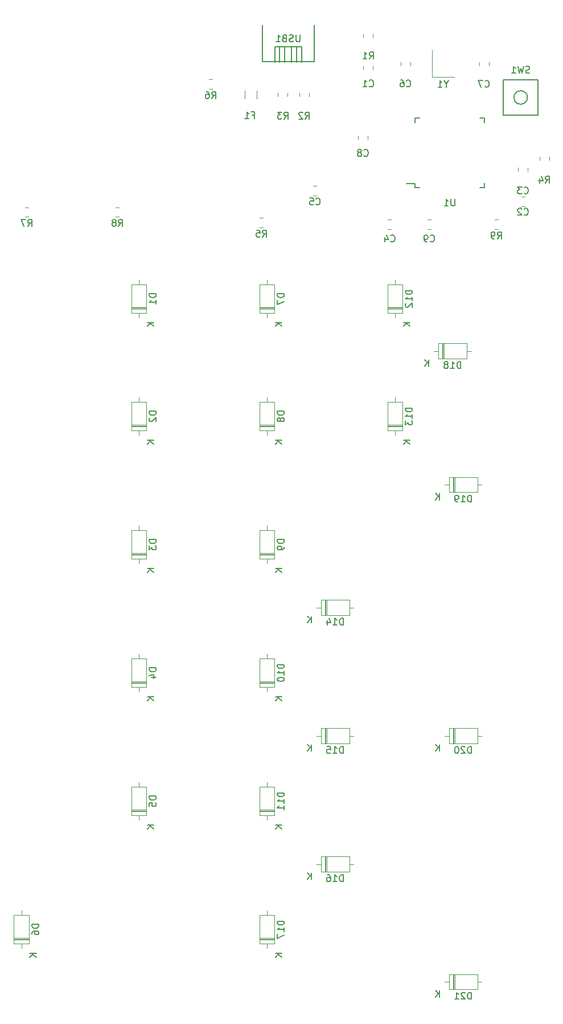
<source format=gbo>
G04 #@! TF.GenerationSoftware,KiCad,Pcbnew,5.1.5-52549c5~84~ubuntu18.04.1*
G04 #@! TF.CreationDate,2020-02-13T16:35:18-05:00*
G04 #@! TF.ProjectId,metropolislefty,6d657472-6f70-46f6-9c69-736c65667479,0*
G04 #@! TF.SameCoordinates,Original*
G04 #@! TF.FileFunction,Legend,Bot*
G04 #@! TF.FilePolarity,Positive*
%FSLAX46Y46*%
G04 Gerber Fmt 4.6, Leading zero omitted, Abs format (unit mm)*
G04 Created by KiCad (PCBNEW 5.1.5-52549c5~84~ubuntu18.04.1) date 2020-02-13 16:35:18*
%MOMM*%
%LPD*%
G04 APERTURE LIST*
%ADD10C,0.120000*%
%ADD11C,0.150000*%
G04 APERTURE END LIST*
D10*
X117571250Y-46164250D02*
X117571250Y-42164250D01*
X120871250Y-46164250D02*
X117571250Y-46164250D01*
D11*
X94952500Y-41667500D02*
X94952500Y-43917500D01*
X95702500Y-43917500D02*
X95702500Y-41667500D01*
X96702500Y-41667500D02*
X96702500Y-43917500D01*
X97452500Y-43917500D02*
X97452500Y-41667500D01*
X98202500Y-41667500D02*
X98202500Y-43917500D01*
X94202500Y-41667500D02*
X98202500Y-41667500D01*
X94202500Y-43917500D02*
X94202500Y-41667500D01*
X92352500Y-38417500D02*
X92352500Y-43867500D01*
X100052500Y-38417500D02*
X100052500Y-43867500D01*
X92352500Y-43867500D02*
X100052500Y-43867500D01*
X115062250Y-61972250D02*
X113787250Y-61972250D01*
X125412250Y-62547250D02*
X124737250Y-62547250D01*
X125412250Y-52197250D02*
X124737250Y-52197250D01*
X115062250Y-52197250D02*
X115737250Y-52197250D01*
X115062250Y-62547250D02*
X115737250Y-62547250D01*
X115062250Y-52197250D02*
X115062250Y-52872250D01*
X125412250Y-52197250D02*
X125412250Y-52872250D01*
X125412250Y-62547250D02*
X125412250Y-61872250D01*
X115062250Y-62547250D02*
X115062250Y-61972250D01*
X133378250Y-46580750D02*
X128178250Y-46580750D01*
X128178250Y-46580750D02*
X128178250Y-51780750D01*
X128178250Y-51780750D02*
X133378250Y-51780750D01*
X133378250Y-51780750D02*
X133378250Y-46580750D01*
X131778250Y-49180750D02*
G75*
G03X131778250Y-49180750I-1000000J0D01*
G01*
D10*
X126900172Y-67330250D02*
X127417328Y-67330250D01*
X126900172Y-68750250D02*
X127417328Y-68750250D01*
X70543922Y-65488750D02*
X71061078Y-65488750D01*
X70543922Y-66908750D02*
X71061078Y-66908750D01*
X57050172Y-65488750D02*
X57567328Y-65488750D01*
X57050172Y-66908750D02*
X57567328Y-66908750D01*
X84418672Y-46502250D02*
X84935828Y-46502250D01*
X84418672Y-47922250D02*
X84935828Y-47922250D01*
X91975172Y-67076250D02*
X92492328Y-67076250D01*
X91975172Y-68496250D02*
X92492328Y-68496250D01*
X135012500Y-58002672D02*
X135012500Y-58519828D01*
X133592500Y-58002672D02*
X133592500Y-58519828D01*
X94698750Y-48994828D02*
X94698750Y-48477672D01*
X96118750Y-48994828D02*
X96118750Y-48477672D01*
X97873750Y-48994828D02*
X97873750Y-48477672D01*
X99293750Y-48994828D02*
X99293750Y-48477672D01*
X107398750Y-40263578D02*
X107398750Y-39746422D01*
X108818750Y-40263578D02*
X108818750Y-39746422D01*
X91556250Y-48134186D02*
X91556250Y-49338314D01*
X89736250Y-48134186D02*
X89736250Y-49338314D01*
X117447828Y-68750250D02*
X116930672Y-68750250D01*
X117447828Y-67330250D02*
X116930672Y-67330250D01*
X108025000Y-54827672D02*
X108025000Y-55344828D01*
X106605000Y-54827672D02*
X106605000Y-55344828D01*
X124607250Y-44422828D02*
X124607250Y-43905672D01*
X126027250Y-44422828D02*
X126027250Y-43905672D01*
X114343250Y-43905672D02*
X114343250Y-44422828D01*
X112923250Y-43905672D02*
X112923250Y-44422828D01*
X99912672Y-62313750D02*
X100429828Y-62313750D01*
X99912672Y-63733750D02*
X100429828Y-63733750D01*
X111542328Y-68750250D02*
X111025172Y-68750250D01*
X111542328Y-67330250D02*
X111025172Y-67330250D01*
X130417500Y-60107328D02*
X130417500Y-59590172D01*
X131837500Y-60107328D02*
X131837500Y-59590172D01*
X131386078Y-65321250D02*
X130868922Y-65321250D01*
X131386078Y-63901250D02*
X130868922Y-63901250D01*
X108818750Y-44508922D02*
X108818750Y-45026078D01*
X107398750Y-44508922D02*
X107398750Y-45026078D01*
X120117500Y-181618750D02*
X120117500Y-179378750D01*
X120117500Y-179378750D02*
X124357500Y-179378750D01*
X124357500Y-179378750D02*
X124357500Y-181618750D01*
X124357500Y-181618750D02*
X120117500Y-181618750D01*
X119467500Y-180498750D02*
X120117500Y-180498750D01*
X125007500Y-180498750D02*
X124357500Y-180498750D01*
X120837500Y-181618750D02*
X120837500Y-179378750D01*
X120957500Y-181618750D02*
X120957500Y-179378750D01*
X120717500Y-181618750D02*
X120717500Y-179378750D01*
X120117500Y-145106250D02*
X120117500Y-142866250D01*
X120117500Y-142866250D02*
X124357500Y-142866250D01*
X124357500Y-142866250D02*
X124357500Y-145106250D01*
X124357500Y-145106250D02*
X120117500Y-145106250D01*
X119467500Y-143986250D02*
X120117500Y-143986250D01*
X125007500Y-143986250D02*
X124357500Y-143986250D01*
X120837500Y-145106250D02*
X120837500Y-142866250D01*
X120957500Y-145106250D02*
X120957500Y-142866250D01*
X120717500Y-145106250D02*
X120717500Y-142866250D01*
X120117500Y-107800000D02*
X120117500Y-105560000D01*
X120117500Y-105560000D02*
X124357500Y-105560000D01*
X124357500Y-105560000D02*
X124357500Y-107800000D01*
X124357500Y-107800000D02*
X120117500Y-107800000D01*
X119467500Y-106680000D02*
X120117500Y-106680000D01*
X125007500Y-106680000D02*
X124357500Y-106680000D01*
X120837500Y-107800000D02*
X120837500Y-105560000D01*
X120957500Y-107800000D02*
X120957500Y-105560000D01*
X120717500Y-107800000D02*
X120717500Y-105560000D01*
X118530000Y-87956250D02*
X118530000Y-85716250D01*
X118530000Y-85716250D02*
X122770000Y-85716250D01*
X122770000Y-85716250D02*
X122770000Y-87956250D01*
X122770000Y-87956250D02*
X118530000Y-87956250D01*
X117880000Y-86836250D02*
X118530000Y-86836250D01*
X123420000Y-86836250D02*
X122770000Y-86836250D01*
X119250000Y-87956250D02*
X119250000Y-85716250D01*
X119370000Y-87956250D02*
X119370000Y-85716250D01*
X119130000Y-87956250D02*
X119130000Y-85716250D01*
X94147500Y-174840000D02*
X91907500Y-174840000D01*
X91907500Y-174840000D02*
X91907500Y-170600000D01*
X91907500Y-170600000D02*
X94147500Y-170600000D01*
X94147500Y-170600000D02*
X94147500Y-174840000D01*
X93027500Y-175490000D02*
X93027500Y-174840000D01*
X93027500Y-169950000D02*
X93027500Y-170600000D01*
X94147500Y-174120000D02*
X91907500Y-174120000D01*
X94147500Y-174000000D02*
X91907500Y-174000000D01*
X94147500Y-174240000D02*
X91907500Y-174240000D01*
X101067500Y-164156250D02*
X101067500Y-161916250D01*
X101067500Y-161916250D02*
X105307500Y-161916250D01*
X105307500Y-161916250D02*
X105307500Y-164156250D01*
X105307500Y-164156250D02*
X101067500Y-164156250D01*
X100417500Y-163036250D02*
X101067500Y-163036250D01*
X105957500Y-163036250D02*
X105307500Y-163036250D01*
X101787500Y-164156250D02*
X101787500Y-161916250D01*
X101907500Y-164156250D02*
X101907500Y-161916250D01*
X101667500Y-164156250D02*
X101667500Y-161916250D01*
X101067500Y-145106250D02*
X101067500Y-142866250D01*
X101067500Y-142866250D02*
X105307500Y-142866250D01*
X105307500Y-142866250D02*
X105307500Y-145106250D01*
X105307500Y-145106250D02*
X101067500Y-145106250D01*
X100417500Y-143986250D02*
X101067500Y-143986250D01*
X105957500Y-143986250D02*
X105307500Y-143986250D01*
X101787500Y-145106250D02*
X101787500Y-142866250D01*
X101907500Y-145106250D02*
X101907500Y-142866250D01*
X101667500Y-145106250D02*
X101667500Y-142866250D01*
X101067500Y-126056250D02*
X101067500Y-123816250D01*
X101067500Y-123816250D02*
X105307500Y-123816250D01*
X105307500Y-123816250D02*
X105307500Y-126056250D01*
X105307500Y-126056250D02*
X101067500Y-126056250D01*
X100417500Y-124936250D02*
X101067500Y-124936250D01*
X105957500Y-124936250D02*
X105307500Y-124936250D01*
X101787500Y-126056250D02*
X101787500Y-123816250D01*
X101907500Y-126056250D02*
X101907500Y-123816250D01*
X101667500Y-126056250D02*
X101667500Y-123816250D01*
X113197500Y-98640000D02*
X110957500Y-98640000D01*
X110957500Y-98640000D02*
X110957500Y-94400000D01*
X110957500Y-94400000D02*
X113197500Y-94400000D01*
X113197500Y-94400000D02*
X113197500Y-98640000D01*
X112077500Y-99290000D02*
X112077500Y-98640000D01*
X112077500Y-93750000D02*
X112077500Y-94400000D01*
X113197500Y-97920000D02*
X110957500Y-97920000D01*
X113197500Y-97800000D02*
X110957500Y-97800000D01*
X113197500Y-98040000D02*
X110957500Y-98040000D01*
X113197500Y-81177500D02*
X110957500Y-81177500D01*
X110957500Y-81177500D02*
X110957500Y-76937500D01*
X110957500Y-76937500D02*
X113197500Y-76937500D01*
X113197500Y-76937500D02*
X113197500Y-81177500D01*
X112077500Y-81827500D02*
X112077500Y-81177500D01*
X112077500Y-76287500D02*
X112077500Y-76937500D01*
X113197500Y-80457500D02*
X110957500Y-80457500D01*
X113197500Y-80337500D02*
X110957500Y-80337500D01*
X113197500Y-80577500D02*
X110957500Y-80577500D01*
X94147500Y-155790000D02*
X91907500Y-155790000D01*
X91907500Y-155790000D02*
X91907500Y-151550000D01*
X91907500Y-151550000D02*
X94147500Y-151550000D01*
X94147500Y-151550000D02*
X94147500Y-155790000D01*
X93027500Y-156440000D02*
X93027500Y-155790000D01*
X93027500Y-150900000D02*
X93027500Y-151550000D01*
X94147500Y-155070000D02*
X91907500Y-155070000D01*
X94147500Y-154950000D02*
X91907500Y-154950000D01*
X94147500Y-155190000D02*
X91907500Y-155190000D01*
X94147500Y-136740000D02*
X91907500Y-136740000D01*
X91907500Y-136740000D02*
X91907500Y-132500000D01*
X91907500Y-132500000D02*
X94147500Y-132500000D01*
X94147500Y-132500000D02*
X94147500Y-136740000D01*
X93027500Y-137390000D02*
X93027500Y-136740000D01*
X93027500Y-131850000D02*
X93027500Y-132500000D01*
X94147500Y-136020000D02*
X91907500Y-136020000D01*
X94147500Y-135900000D02*
X91907500Y-135900000D01*
X94147500Y-136140000D02*
X91907500Y-136140000D01*
X94147500Y-117690000D02*
X91907500Y-117690000D01*
X91907500Y-117690000D02*
X91907500Y-113450000D01*
X91907500Y-113450000D02*
X94147500Y-113450000D01*
X94147500Y-113450000D02*
X94147500Y-117690000D01*
X93027500Y-118340000D02*
X93027500Y-117690000D01*
X93027500Y-112800000D02*
X93027500Y-113450000D01*
X94147500Y-116970000D02*
X91907500Y-116970000D01*
X94147500Y-116850000D02*
X91907500Y-116850000D01*
X94147500Y-117090000D02*
X91907500Y-117090000D01*
X94147500Y-98640000D02*
X91907500Y-98640000D01*
X91907500Y-98640000D02*
X91907500Y-94400000D01*
X91907500Y-94400000D02*
X94147500Y-94400000D01*
X94147500Y-94400000D02*
X94147500Y-98640000D01*
X93027500Y-99290000D02*
X93027500Y-98640000D01*
X93027500Y-93750000D02*
X93027500Y-94400000D01*
X94147500Y-97920000D02*
X91907500Y-97920000D01*
X94147500Y-97800000D02*
X91907500Y-97800000D01*
X94147500Y-98040000D02*
X91907500Y-98040000D01*
X94147500Y-81177500D02*
X91907500Y-81177500D01*
X91907500Y-81177500D02*
X91907500Y-76937500D01*
X91907500Y-76937500D02*
X94147500Y-76937500D01*
X94147500Y-76937500D02*
X94147500Y-81177500D01*
X93027500Y-81827500D02*
X93027500Y-81177500D01*
X93027500Y-76287500D02*
X93027500Y-76937500D01*
X94147500Y-80457500D02*
X91907500Y-80457500D01*
X94147500Y-80337500D02*
X91907500Y-80337500D01*
X94147500Y-80577500D02*
X91907500Y-80577500D01*
X57635000Y-174840000D02*
X55395000Y-174840000D01*
X55395000Y-174840000D02*
X55395000Y-170600000D01*
X55395000Y-170600000D02*
X57635000Y-170600000D01*
X57635000Y-170600000D02*
X57635000Y-174840000D01*
X56515000Y-175490000D02*
X56515000Y-174840000D01*
X56515000Y-169950000D02*
X56515000Y-170600000D01*
X57635000Y-174120000D02*
X55395000Y-174120000D01*
X57635000Y-174000000D02*
X55395000Y-174000000D01*
X57635000Y-174240000D02*
X55395000Y-174240000D01*
X75097500Y-155790000D02*
X72857500Y-155790000D01*
X72857500Y-155790000D02*
X72857500Y-151550000D01*
X72857500Y-151550000D02*
X75097500Y-151550000D01*
X75097500Y-151550000D02*
X75097500Y-155790000D01*
X73977500Y-156440000D02*
X73977500Y-155790000D01*
X73977500Y-150900000D02*
X73977500Y-151550000D01*
X75097500Y-155070000D02*
X72857500Y-155070000D01*
X75097500Y-154950000D02*
X72857500Y-154950000D01*
X75097500Y-155190000D02*
X72857500Y-155190000D01*
X75097500Y-136740000D02*
X72857500Y-136740000D01*
X72857500Y-136740000D02*
X72857500Y-132500000D01*
X72857500Y-132500000D02*
X75097500Y-132500000D01*
X75097500Y-132500000D02*
X75097500Y-136740000D01*
X73977500Y-137390000D02*
X73977500Y-136740000D01*
X73977500Y-131850000D02*
X73977500Y-132500000D01*
X75097500Y-136020000D02*
X72857500Y-136020000D01*
X75097500Y-135900000D02*
X72857500Y-135900000D01*
X75097500Y-136140000D02*
X72857500Y-136140000D01*
X75097500Y-117690000D02*
X72857500Y-117690000D01*
X72857500Y-117690000D02*
X72857500Y-113450000D01*
X72857500Y-113450000D02*
X75097500Y-113450000D01*
X75097500Y-113450000D02*
X75097500Y-117690000D01*
X73977500Y-118340000D02*
X73977500Y-117690000D01*
X73977500Y-112800000D02*
X73977500Y-113450000D01*
X75097500Y-116970000D02*
X72857500Y-116970000D01*
X75097500Y-116850000D02*
X72857500Y-116850000D01*
X75097500Y-117090000D02*
X72857500Y-117090000D01*
X75097500Y-98640000D02*
X72857500Y-98640000D01*
X72857500Y-98640000D02*
X72857500Y-94400000D01*
X72857500Y-94400000D02*
X75097500Y-94400000D01*
X75097500Y-94400000D02*
X75097500Y-98640000D01*
X73977500Y-99290000D02*
X73977500Y-98640000D01*
X73977500Y-93750000D02*
X73977500Y-94400000D01*
X75097500Y-97920000D02*
X72857500Y-97920000D01*
X75097500Y-97800000D02*
X72857500Y-97800000D01*
X75097500Y-98040000D02*
X72857500Y-98040000D01*
X75097500Y-81177500D02*
X72857500Y-81177500D01*
X72857500Y-81177500D02*
X72857500Y-76937500D01*
X72857500Y-76937500D02*
X75097500Y-76937500D01*
X75097500Y-76937500D02*
X75097500Y-81177500D01*
X73977500Y-81827500D02*
X73977500Y-81177500D01*
X73977500Y-76287500D02*
X73977500Y-76937500D01*
X75097500Y-80457500D02*
X72857500Y-80457500D01*
X75097500Y-80337500D02*
X72857500Y-80337500D01*
X75097500Y-80577500D02*
X72857500Y-80577500D01*
D11*
X119697440Y-47188440D02*
X119697440Y-47664630D01*
X120030773Y-46664630D02*
X119697440Y-47188440D01*
X119364107Y-46664630D01*
X118506964Y-47664630D02*
X119078392Y-47664630D01*
X118792678Y-47664630D02*
X118792678Y-46664630D01*
X118887916Y-46807488D01*
X118983154Y-46902726D01*
X119078392Y-46950345D01*
X97940595Y-39901880D02*
X97940595Y-40711404D01*
X97892976Y-40806642D01*
X97845357Y-40854261D01*
X97750119Y-40901880D01*
X97559642Y-40901880D01*
X97464404Y-40854261D01*
X97416785Y-40806642D01*
X97369166Y-40711404D01*
X97369166Y-39901880D01*
X96940595Y-40854261D02*
X96797738Y-40901880D01*
X96559642Y-40901880D01*
X96464404Y-40854261D01*
X96416785Y-40806642D01*
X96369166Y-40711404D01*
X96369166Y-40616166D01*
X96416785Y-40520928D01*
X96464404Y-40473309D01*
X96559642Y-40425690D01*
X96750119Y-40378071D01*
X96845357Y-40330452D01*
X96892976Y-40282833D01*
X96940595Y-40187595D01*
X96940595Y-40092357D01*
X96892976Y-39997119D01*
X96845357Y-39949500D01*
X96750119Y-39901880D01*
X96512023Y-39901880D01*
X96369166Y-39949500D01*
X95607261Y-40378071D02*
X95464404Y-40425690D01*
X95416785Y-40473309D01*
X95369166Y-40568547D01*
X95369166Y-40711404D01*
X95416785Y-40806642D01*
X95464404Y-40854261D01*
X95559642Y-40901880D01*
X95940595Y-40901880D01*
X95940595Y-39901880D01*
X95607261Y-39901880D01*
X95512023Y-39949500D01*
X95464404Y-39997119D01*
X95416785Y-40092357D01*
X95416785Y-40187595D01*
X95464404Y-40282833D01*
X95512023Y-40330452D01*
X95607261Y-40378071D01*
X95940595Y-40378071D01*
X94416785Y-40901880D02*
X94988214Y-40901880D01*
X94702500Y-40901880D02*
X94702500Y-39901880D01*
X94797738Y-40044738D01*
X94892976Y-40139976D01*
X94988214Y-40187595D01*
X97940595Y-39869880D02*
X97940595Y-40679404D01*
X97892976Y-40774642D01*
X97845357Y-40822261D01*
X97750119Y-40869880D01*
X97559642Y-40869880D01*
X97464404Y-40822261D01*
X97416785Y-40774642D01*
X97369166Y-40679404D01*
X97369166Y-39869880D01*
X96940595Y-40822261D02*
X96797738Y-40869880D01*
X96559642Y-40869880D01*
X96464404Y-40822261D01*
X96416785Y-40774642D01*
X96369166Y-40679404D01*
X96369166Y-40584166D01*
X96416785Y-40488928D01*
X96464404Y-40441309D01*
X96559642Y-40393690D01*
X96750119Y-40346071D01*
X96845357Y-40298452D01*
X96892976Y-40250833D01*
X96940595Y-40155595D01*
X96940595Y-40060357D01*
X96892976Y-39965119D01*
X96845357Y-39917500D01*
X96750119Y-39869880D01*
X96512023Y-39869880D01*
X96369166Y-39917500D01*
X95607261Y-40346071D02*
X95464404Y-40393690D01*
X95416785Y-40441309D01*
X95369166Y-40536547D01*
X95369166Y-40679404D01*
X95416785Y-40774642D01*
X95464404Y-40822261D01*
X95559642Y-40869880D01*
X95940595Y-40869880D01*
X95940595Y-39869880D01*
X95607261Y-39869880D01*
X95512023Y-39917500D01*
X95464404Y-39965119D01*
X95416785Y-40060357D01*
X95416785Y-40155595D01*
X95464404Y-40250833D01*
X95512023Y-40298452D01*
X95607261Y-40346071D01*
X95940595Y-40346071D01*
X94416785Y-40869880D02*
X94988214Y-40869880D01*
X94702500Y-40869880D02*
X94702500Y-39869880D01*
X94797738Y-40012738D01*
X94892976Y-40107976D01*
X94988214Y-40155595D01*
X120999154Y-64274630D02*
X120999154Y-65084154D01*
X120951535Y-65179392D01*
X120903916Y-65227011D01*
X120808678Y-65274630D01*
X120618202Y-65274630D01*
X120522964Y-65227011D01*
X120475345Y-65179392D01*
X120427726Y-65084154D01*
X120427726Y-64274630D01*
X119427726Y-65274630D02*
X119999154Y-65274630D01*
X119713440Y-65274630D02*
X119713440Y-64274630D01*
X119808678Y-64417488D01*
X119903916Y-64512726D01*
X119999154Y-64560345D01*
X132111583Y-45521511D02*
X131968726Y-45569130D01*
X131730630Y-45569130D01*
X131635392Y-45521511D01*
X131587773Y-45473892D01*
X131540154Y-45378654D01*
X131540154Y-45283416D01*
X131587773Y-45188178D01*
X131635392Y-45140559D01*
X131730630Y-45092940D01*
X131921107Y-45045321D01*
X132016345Y-44997702D01*
X132063964Y-44950083D01*
X132111583Y-44854845D01*
X132111583Y-44759607D01*
X132063964Y-44664369D01*
X132016345Y-44616750D01*
X131921107Y-44569130D01*
X131683011Y-44569130D01*
X131540154Y-44616750D01*
X131206821Y-44569130D02*
X130968726Y-45569130D01*
X130778250Y-44854845D01*
X130587773Y-45569130D01*
X130349678Y-44569130D01*
X129444916Y-45569130D02*
X130016345Y-45569130D01*
X129730630Y-45569130D02*
X129730630Y-44569130D01*
X129825869Y-44711988D01*
X129921107Y-44807226D01*
X130016345Y-44854845D01*
X127325416Y-70142630D02*
X127658750Y-69666440D01*
X127896845Y-70142630D02*
X127896845Y-69142630D01*
X127515892Y-69142630D01*
X127420654Y-69190250D01*
X127373035Y-69237869D01*
X127325416Y-69333107D01*
X127325416Y-69475964D01*
X127373035Y-69571202D01*
X127420654Y-69618821D01*
X127515892Y-69666440D01*
X127896845Y-69666440D01*
X126849226Y-70142630D02*
X126658750Y-70142630D01*
X126563511Y-70095011D01*
X126515892Y-70047392D01*
X126420654Y-69904535D01*
X126373035Y-69714059D01*
X126373035Y-69333107D01*
X126420654Y-69237869D01*
X126468273Y-69190250D01*
X126563511Y-69142630D01*
X126753988Y-69142630D01*
X126849226Y-69190250D01*
X126896845Y-69237869D01*
X126944464Y-69333107D01*
X126944464Y-69571202D01*
X126896845Y-69666440D01*
X126849226Y-69714059D01*
X126753988Y-69761678D01*
X126563511Y-69761678D01*
X126468273Y-69714059D01*
X126420654Y-69666440D01*
X126373035Y-69571202D01*
X70969166Y-68301130D02*
X71302500Y-67824940D01*
X71540595Y-68301130D02*
X71540595Y-67301130D01*
X71159642Y-67301130D01*
X71064404Y-67348750D01*
X71016785Y-67396369D01*
X70969166Y-67491607D01*
X70969166Y-67634464D01*
X71016785Y-67729702D01*
X71064404Y-67777321D01*
X71159642Y-67824940D01*
X71540595Y-67824940D01*
X70397738Y-67729702D02*
X70492976Y-67682083D01*
X70540595Y-67634464D01*
X70588214Y-67539226D01*
X70588214Y-67491607D01*
X70540595Y-67396369D01*
X70492976Y-67348750D01*
X70397738Y-67301130D01*
X70207261Y-67301130D01*
X70112023Y-67348750D01*
X70064404Y-67396369D01*
X70016785Y-67491607D01*
X70016785Y-67539226D01*
X70064404Y-67634464D01*
X70112023Y-67682083D01*
X70207261Y-67729702D01*
X70397738Y-67729702D01*
X70492976Y-67777321D01*
X70540595Y-67824940D01*
X70588214Y-67920178D01*
X70588214Y-68110654D01*
X70540595Y-68205892D01*
X70492976Y-68253511D01*
X70397738Y-68301130D01*
X70207261Y-68301130D01*
X70112023Y-68253511D01*
X70064404Y-68205892D01*
X70016785Y-68110654D01*
X70016785Y-67920178D01*
X70064404Y-67824940D01*
X70112023Y-67777321D01*
X70207261Y-67729702D01*
X57475416Y-68301130D02*
X57808750Y-67824940D01*
X58046845Y-68301130D02*
X58046845Y-67301130D01*
X57665892Y-67301130D01*
X57570654Y-67348750D01*
X57523035Y-67396369D01*
X57475416Y-67491607D01*
X57475416Y-67634464D01*
X57523035Y-67729702D01*
X57570654Y-67777321D01*
X57665892Y-67824940D01*
X58046845Y-67824940D01*
X57142083Y-67301130D02*
X56475416Y-67301130D01*
X56903988Y-68301130D01*
X84843916Y-49314630D02*
X85177250Y-48838440D01*
X85415345Y-49314630D02*
X85415345Y-48314630D01*
X85034392Y-48314630D01*
X84939154Y-48362250D01*
X84891535Y-48409869D01*
X84843916Y-48505107D01*
X84843916Y-48647964D01*
X84891535Y-48743202D01*
X84939154Y-48790821D01*
X85034392Y-48838440D01*
X85415345Y-48838440D01*
X83986773Y-48314630D02*
X84177250Y-48314630D01*
X84272488Y-48362250D01*
X84320107Y-48409869D01*
X84415345Y-48552726D01*
X84462964Y-48743202D01*
X84462964Y-49124154D01*
X84415345Y-49219392D01*
X84367726Y-49267011D01*
X84272488Y-49314630D01*
X84082011Y-49314630D01*
X83986773Y-49267011D01*
X83939154Y-49219392D01*
X83891535Y-49124154D01*
X83891535Y-48886059D01*
X83939154Y-48790821D01*
X83986773Y-48743202D01*
X84082011Y-48695583D01*
X84272488Y-48695583D01*
X84367726Y-48743202D01*
X84415345Y-48790821D01*
X84462964Y-48886059D01*
X92400416Y-69888630D02*
X92733750Y-69412440D01*
X92971845Y-69888630D02*
X92971845Y-68888630D01*
X92590892Y-68888630D01*
X92495654Y-68936250D01*
X92448035Y-68983869D01*
X92400416Y-69079107D01*
X92400416Y-69221964D01*
X92448035Y-69317202D01*
X92495654Y-69364821D01*
X92590892Y-69412440D01*
X92971845Y-69412440D01*
X91495654Y-68888630D02*
X91971845Y-68888630D01*
X92019464Y-69364821D01*
X91971845Y-69317202D01*
X91876607Y-69269583D01*
X91638511Y-69269583D01*
X91543273Y-69317202D01*
X91495654Y-69364821D01*
X91448035Y-69460059D01*
X91448035Y-69698154D01*
X91495654Y-69793392D01*
X91543273Y-69841011D01*
X91638511Y-69888630D01*
X91876607Y-69888630D01*
X91971845Y-69841011D01*
X92019464Y-69793392D01*
X134469166Y-61888630D02*
X134802500Y-61412440D01*
X135040595Y-61888630D02*
X135040595Y-60888630D01*
X134659642Y-60888630D01*
X134564404Y-60936250D01*
X134516785Y-60983869D01*
X134469166Y-61079107D01*
X134469166Y-61221964D01*
X134516785Y-61317202D01*
X134564404Y-61364821D01*
X134659642Y-61412440D01*
X135040595Y-61412440D01*
X133612023Y-61221964D02*
X133612023Y-61888630D01*
X133850119Y-60841011D02*
X134088214Y-61555297D01*
X133469166Y-61555297D01*
X95575416Y-52363630D02*
X95908750Y-51887440D01*
X96146845Y-52363630D02*
X96146845Y-51363630D01*
X95765892Y-51363630D01*
X95670654Y-51411250D01*
X95623035Y-51458869D01*
X95575416Y-51554107D01*
X95575416Y-51696964D01*
X95623035Y-51792202D01*
X95670654Y-51839821D01*
X95765892Y-51887440D01*
X96146845Y-51887440D01*
X95242083Y-51363630D02*
X94623035Y-51363630D01*
X94956369Y-51744583D01*
X94813511Y-51744583D01*
X94718273Y-51792202D01*
X94670654Y-51839821D01*
X94623035Y-51935059D01*
X94623035Y-52173154D01*
X94670654Y-52268392D01*
X94718273Y-52316011D01*
X94813511Y-52363630D01*
X95099226Y-52363630D01*
X95194464Y-52316011D01*
X95242083Y-52268392D01*
X98750416Y-52363630D02*
X99083750Y-51887440D01*
X99321845Y-52363630D02*
X99321845Y-51363630D01*
X98940892Y-51363630D01*
X98845654Y-51411250D01*
X98798035Y-51458869D01*
X98750416Y-51554107D01*
X98750416Y-51696964D01*
X98798035Y-51792202D01*
X98845654Y-51839821D01*
X98940892Y-51887440D01*
X99321845Y-51887440D01*
X98369464Y-51458869D02*
X98321845Y-51411250D01*
X98226607Y-51363630D01*
X97988511Y-51363630D01*
X97893273Y-51411250D01*
X97845654Y-51458869D01*
X97798035Y-51554107D01*
X97798035Y-51649345D01*
X97845654Y-51792202D01*
X98417083Y-52363630D01*
X97798035Y-52363630D01*
X108275416Y-43441880D02*
X108608750Y-42965690D01*
X108846845Y-43441880D02*
X108846845Y-42441880D01*
X108465892Y-42441880D01*
X108370654Y-42489500D01*
X108323035Y-42537119D01*
X108275416Y-42632357D01*
X108275416Y-42775214D01*
X108323035Y-42870452D01*
X108370654Y-42918071D01*
X108465892Y-42965690D01*
X108846845Y-42965690D01*
X107323035Y-43441880D02*
X107894464Y-43441880D01*
X107608750Y-43441880D02*
X107608750Y-42441880D01*
X107703988Y-42584738D01*
X107799226Y-42679976D01*
X107894464Y-42727595D01*
X90827183Y-51789021D02*
X91160516Y-51789021D01*
X91160516Y-52312830D02*
X91160516Y-51312830D01*
X90684326Y-51312830D01*
X89779564Y-52312830D02*
X90350992Y-52312830D01*
X90065278Y-52312830D02*
X90065278Y-51312830D01*
X90160516Y-51455688D01*
X90255754Y-51550926D01*
X90350992Y-51598545D01*
X117355916Y-70524642D02*
X117403535Y-70572261D01*
X117546392Y-70619880D01*
X117641630Y-70619880D01*
X117784488Y-70572261D01*
X117879726Y-70477023D01*
X117927345Y-70381785D01*
X117974964Y-70191309D01*
X117974964Y-70048452D01*
X117927345Y-69857976D01*
X117879726Y-69762738D01*
X117784488Y-69667500D01*
X117641630Y-69619880D01*
X117546392Y-69619880D01*
X117403535Y-69667500D01*
X117355916Y-69715119D01*
X116879726Y-70619880D02*
X116689250Y-70619880D01*
X116594011Y-70572261D01*
X116546392Y-70524642D01*
X116451154Y-70381785D01*
X116403535Y-70191309D01*
X116403535Y-69810357D01*
X116451154Y-69715119D01*
X116498773Y-69667500D01*
X116594011Y-69619880D01*
X116784488Y-69619880D01*
X116879726Y-69667500D01*
X116927345Y-69715119D01*
X116974964Y-69810357D01*
X116974964Y-70048452D01*
X116927345Y-70143690D01*
X116879726Y-70191309D01*
X116784488Y-70238928D01*
X116594011Y-70238928D01*
X116498773Y-70191309D01*
X116451154Y-70143690D01*
X116403535Y-70048452D01*
X107481666Y-57824642D02*
X107529285Y-57872261D01*
X107672142Y-57919880D01*
X107767380Y-57919880D01*
X107910238Y-57872261D01*
X108005476Y-57777023D01*
X108053095Y-57681785D01*
X108100714Y-57491309D01*
X108100714Y-57348452D01*
X108053095Y-57157976D01*
X108005476Y-57062738D01*
X107910238Y-56967500D01*
X107767380Y-56919880D01*
X107672142Y-56919880D01*
X107529285Y-56967500D01*
X107481666Y-57015119D01*
X106910238Y-57348452D02*
X107005476Y-57300833D01*
X107053095Y-57253214D01*
X107100714Y-57157976D01*
X107100714Y-57110357D01*
X107053095Y-57015119D01*
X107005476Y-56967500D01*
X106910238Y-56919880D01*
X106719761Y-56919880D01*
X106624523Y-56967500D01*
X106576904Y-57015119D01*
X106529285Y-57110357D01*
X106529285Y-57157976D01*
X106576904Y-57253214D01*
X106624523Y-57300833D01*
X106719761Y-57348452D01*
X106910238Y-57348452D01*
X107005476Y-57396071D01*
X107053095Y-57443690D01*
X107100714Y-57538928D01*
X107100714Y-57729404D01*
X107053095Y-57824642D01*
X107005476Y-57872261D01*
X106910238Y-57919880D01*
X106719761Y-57919880D01*
X106624523Y-57872261D01*
X106576904Y-57824642D01*
X106529285Y-57729404D01*
X106529285Y-57538928D01*
X106576904Y-57443690D01*
X106624523Y-57396071D01*
X106719761Y-57348452D01*
X125483916Y-47569392D02*
X125531535Y-47617011D01*
X125674392Y-47664630D01*
X125769630Y-47664630D01*
X125912488Y-47617011D01*
X126007726Y-47521773D01*
X126055345Y-47426535D01*
X126102964Y-47236059D01*
X126102964Y-47093202D01*
X126055345Y-46902726D01*
X126007726Y-46807488D01*
X125912488Y-46712250D01*
X125769630Y-46664630D01*
X125674392Y-46664630D01*
X125531535Y-46712250D01*
X125483916Y-46759869D01*
X125150583Y-46664630D02*
X124483916Y-46664630D01*
X124912488Y-47664630D01*
X113799916Y-47505892D02*
X113847535Y-47553511D01*
X113990392Y-47601130D01*
X114085630Y-47601130D01*
X114228488Y-47553511D01*
X114323726Y-47458273D01*
X114371345Y-47363035D01*
X114418964Y-47172559D01*
X114418964Y-47029702D01*
X114371345Y-46839226D01*
X114323726Y-46743988D01*
X114228488Y-46648750D01*
X114085630Y-46601130D01*
X113990392Y-46601130D01*
X113847535Y-46648750D01*
X113799916Y-46696369D01*
X112942773Y-46601130D02*
X113133250Y-46601130D01*
X113228488Y-46648750D01*
X113276107Y-46696369D01*
X113371345Y-46839226D01*
X113418964Y-47029702D01*
X113418964Y-47410654D01*
X113371345Y-47505892D01*
X113323726Y-47553511D01*
X113228488Y-47601130D01*
X113038011Y-47601130D01*
X112942773Y-47553511D01*
X112895154Y-47505892D01*
X112847535Y-47410654D01*
X112847535Y-47172559D01*
X112895154Y-47077321D01*
X112942773Y-47029702D01*
X113038011Y-46982083D01*
X113228488Y-46982083D01*
X113323726Y-47029702D01*
X113371345Y-47077321D01*
X113418964Y-47172559D01*
X100337916Y-65030892D02*
X100385535Y-65078511D01*
X100528392Y-65126130D01*
X100623630Y-65126130D01*
X100766488Y-65078511D01*
X100861726Y-64983273D01*
X100909345Y-64888035D01*
X100956964Y-64697559D01*
X100956964Y-64554702D01*
X100909345Y-64364226D01*
X100861726Y-64268988D01*
X100766488Y-64173750D01*
X100623630Y-64126130D01*
X100528392Y-64126130D01*
X100385535Y-64173750D01*
X100337916Y-64221369D01*
X99433154Y-64126130D02*
X99909345Y-64126130D01*
X99956964Y-64602321D01*
X99909345Y-64554702D01*
X99814107Y-64507083D01*
X99576011Y-64507083D01*
X99480773Y-64554702D01*
X99433154Y-64602321D01*
X99385535Y-64697559D01*
X99385535Y-64935654D01*
X99433154Y-65030892D01*
X99480773Y-65078511D01*
X99576011Y-65126130D01*
X99814107Y-65126130D01*
X99909345Y-65078511D01*
X99956964Y-65030892D01*
X111450416Y-70524642D02*
X111498035Y-70572261D01*
X111640892Y-70619880D01*
X111736130Y-70619880D01*
X111878988Y-70572261D01*
X111974226Y-70477023D01*
X112021845Y-70381785D01*
X112069464Y-70191309D01*
X112069464Y-70048452D01*
X112021845Y-69857976D01*
X111974226Y-69762738D01*
X111878988Y-69667500D01*
X111736130Y-69619880D01*
X111640892Y-69619880D01*
X111498035Y-69667500D01*
X111450416Y-69715119D01*
X110593273Y-69953214D02*
X110593273Y-70619880D01*
X110831369Y-69572261D02*
X111069464Y-70286547D01*
X110450416Y-70286547D01*
X131294166Y-63380892D02*
X131341785Y-63428511D01*
X131484642Y-63476130D01*
X131579880Y-63476130D01*
X131722738Y-63428511D01*
X131817976Y-63333273D01*
X131865595Y-63238035D01*
X131913214Y-63047559D01*
X131913214Y-62904702D01*
X131865595Y-62714226D01*
X131817976Y-62618988D01*
X131722738Y-62523750D01*
X131579880Y-62476130D01*
X131484642Y-62476130D01*
X131341785Y-62523750D01*
X131294166Y-62571369D01*
X130960833Y-62476130D02*
X130341785Y-62476130D01*
X130675119Y-62857083D01*
X130532261Y-62857083D01*
X130437023Y-62904702D01*
X130389404Y-62952321D01*
X130341785Y-63047559D01*
X130341785Y-63285654D01*
X130389404Y-63380892D01*
X130437023Y-63428511D01*
X130532261Y-63476130D01*
X130817976Y-63476130D01*
X130913214Y-63428511D01*
X130960833Y-63380892D01*
X131294166Y-66555892D02*
X131341785Y-66603511D01*
X131484642Y-66651130D01*
X131579880Y-66651130D01*
X131722738Y-66603511D01*
X131817976Y-66508273D01*
X131865595Y-66413035D01*
X131913214Y-66222559D01*
X131913214Y-66079702D01*
X131865595Y-65889226D01*
X131817976Y-65793988D01*
X131722738Y-65698750D01*
X131579880Y-65651130D01*
X131484642Y-65651130D01*
X131341785Y-65698750D01*
X131294166Y-65746369D01*
X130913214Y-65746369D02*
X130865595Y-65698750D01*
X130770357Y-65651130D01*
X130532261Y-65651130D01*
X130437023Y-65698750D01*
X130389404Y-65746369D01*
X130341785Y-65841607D01*
X130341785Y-65936845D01*
X130389404Y-66079702D01*
X130960833Y-66651130D01*
X130341785Y-66651130D01*
X108275416Y-47505892D02*
X108323035Y-47553511D01*
X108465892Y-47601130D01*
X108561130Y-47601130D01*
X108703988Y-47553511D01*
X108799226Y-47458273D01*
X108846845Y-47363035D01*
X108894464Y-47172559D01*
X108894464Y-47029702D01*
X108846845Y-46839226D01*
X108799226Y-46743988D01*
X108703988Y-46648750D01*
X108561130Y-46601130D01*
X108465892Y-46601130D01*
X108323035Y-46648750D01*
X108275416Y-46696369D01*
X107323035Y-47601130D02*
X107894464Y-47601130D01*
X107608750Y-47601130D02*
X107608750Y-46601130D01*
X107703988Y-46743988D01*
X107799226Y-46839226D01*
X107894464Y-46886845D01*
X123451785Y-183071130D02*
X123451785Y-182071130D01*
X123213690Y-182071130D01*
X123070833Y-182118750D01*
X122975595Y-182213988D01*
X122927976Y-182309226D01*
X122880357Y-182499702D01*
X122880357Y-182642559D01*
X122927976Y-182833035D01*
X122975595Y-182928273D01*
X123070833Y-183023511D01*
X123213690Y-183071130D01*
X123451785Y-183071130D01*
X122499404Y-182166369D02*
X122451785Y-182118750D01*
X122356547Y-182071130D01*
X122118452Y-182071130D01*
X122023214Y-182118750D01*
X121975595Y-182166369D01*
X121927976Y-182261607D01*
X121927976Y-182356845D01*
X121975595Y-182499702D01*
X122547023Y-183071130D01*
X121927976Y-183071130D01*
X120975595Y-183071130D02*
X121547023Y-183071130D01*
X121261309Y-183071130D02*
X121261309Y-182071130D01*
X121356547Y-182213988D01*
X121451785Y-182309226D01*
X121547023Y-182356845D01*
X118689404Y-182751130D02*
X118689404Y-181751130D01*
X118117976Y-182751130D02*
X118546547Y-182179702D01*
X118117976Y-181751130D02*
X118689404Y-182322559D01*
X123451785Y-146558630D02*
X123451785Y-145558630D01*
X123213690Y-145558630D01*
X123070833Y-145606250D01*
X122975595Y-145701488D01*
X122927976Y-145796726D01*
X122880357Y-145987202D01*
X122880357Y-146130059D01*
X122927976Y-146320535D01*
X122975595Y-146415773D01*
X123070833Y-146511011D01*
X123213690Y-146558630D01*
X123451785Y-146558630D01*
X122499404Y-145653869D02*
X122451785Y-145606250D01*
X122356547Y-145558630D01*
X122118452Y-145558630D01*
X122023214Y-145606250D01*
X121975595Y-145653869D01*
X121927976Y-145749107D01*
X121927976Y-145844345D01*
X121975595Y-145987202D01*
X122547023Y-146558630D01*
X121927976Y-146558630D01*
X121308928Y-145558630D02*
X121213690Y-145558630D01*
X121118452Y-145606250D01*
X121070833Y-145653869D01*
X121023214Y-145749107D01*
X120975595Y-145939583D01*
X120975595Y-146177678D01*
X121023214Y-146368154D01*
X121070833Y-146463392D01*
X121118452Y-146511011D01*
X121213690Y-146558630D01*
X121308928Y-146558630D01*
X121404166Y-146511011D01*
X121451785Y-146463392D01*
X121499404Y-146368154D01*
X121547023Y-146177678D01*
X121547023Y-145939583D01*
X121499404Y-145749107D01*
X121451785Y-145653869D01*
X121404166Y-145606250D01*
X121308928Y-145558630D01*
X118689404Y-146238630D02*
X118689404Y-145238630D01*
X118117976Y-146238630D02*
X118546547Y-145667202D01*
X118117976Y-145238630D02*
X118689404Y-145810059D01*
X123451785Y-109252380D02*
X123451785Y-108252380D01*
X123213690Y-108252380D01*
X123070833Y-108300000D01*
X122975595Y-108395238D01*
X122927976Y-108490476D01*
X122880357Y-108680952D01*
X122880357Y-108823809D01*
X122927976Y-109014285D01*
X122975595Y-109109523D01*
X123070833Y-109204761D01*
X123213690Y-109252380D01*
X123451785Y-109252380D01*
X121927976Y-109252380D02*
X122499404Y-109252380D01*
X122213690Y-109252380D02*
X122213690Y-108252380D01*
X122308928Y-108395238D01*
X122404166Y-108490476D01*
X122499404Y-108538095D01*
X121451785Y-109252380D02*
X121261309Y-109252380D01*
X121166071Y-109204761D01*
X121118452Y-109157142D01*
X121023214Y-109014285D01*
X120975595Y-108823809D01*
X120975595Y-108442857D01*
X121023214Y-108347619D01*
X121070833Y-108300000D01*
X121166071Y-108252380D01*
X121356547Y-108252380D01*
X121451785Y-108300000D01*
X121499404Y-108347619D01*
X121547023Y-108442857D01*
X121547023Y-108680952D01*
X121499404Y-108776190D01*
X121451785Y-108823809D01*
X121356547Y-108871428D01*
X121166071Y-108871428D01*
X121070833Y-108823809D01*
X121023214Y-108776190D01*
X120975595Y-108680952D01*
X118689404Y-108932380D02*
X118689404Y-107932380D01*
X118117976Y-108932380D02*
X118546547Y-108360952D01*
X118117976Y-107932380D02*
X118689404Y-108503809D01*
X121864285Y-89408630D02*
X121864285Y-88408630D01*
X121626190Y-88408630D01*
X121483333Y-88456250D01*
X121388095Y-88551488D01*
X121340476Y-88646726D01*
X121292857Y-88837202D01*
X121292857Y-88980059D01*
X121340476Y-89170535D01*
X121388095Y-89265773D01*
X121483333Y-89361011D01*
X121626190Y-89408630D01*
X121864285Y-89408630D01*
X120340476Y-89408630D02*
X120911904Y-89408630D01*
X120626190Y-89408630D02*
X120626190Y-88408630D01*
X120721428Y-88551488D01*
X120816666Y-88646726D01*
X120911904Y-88694345D01*
X119769047Y-88837202D02*
X119864285Y-88789583D01*
X119911904Y-88741964D01*
X119959523Y-88646726D01*
X119959523Y-88599107D01*
X119911904Y-88503869D01*
X119864285Y-88456250D01*
X119769047Y-88408630D01*
X119578571Y-88408630D01*
X119483333Y-88456250D01*
X119435714Y-88503869D01*
X119388095Y-88599107D01*
X119388095Y-88646726D01*
X119435714Y-88741964D01*
X119483333Y-88789583D01*
X119578571Y-88837202D01*
X119769047Y-88837202D01*
X119864285Y-88884821D01*
X119911904Y-88932440D01*
X119959523Y-89027678D01*
X119959523Y-89218154D01*
X119911904Y-89313392D01*
X119864285Y-89361011D01*
X119769047Y-89408630D01*
X119578571Y-89408630D01*
X119483333Y-89361011D01*
X119435714Y-89313392D01*
X119388095Y-89218154D01*
X119388095Y-89027678D01*
X119435714Y-88932440D01*
X119483333Y-88884821D01*
X119578571Y-88837202D01*
X117101904Y-89088630D02*
X117101904Y-88088630D01*
X116530476Y-89088630D02*
X116959047Y-88517202D01*
X116530476Y-88088630D02*
X117101904Y-88660059D01*
X95599880Y-171505714D02*
X94599880Y-171505714D01*
X94599880Y-171743809D01*
X94647500Y-171886666D01*
X94742738Y-171981904D01*
X94837976Y-172029523D01*
X95028452Y-172077142D01*
X95171309Y-172077142D01*
X95361785Y-172029523D01*
X95457023Y-171981904D01*
X95552261Y-171886666D01*
X95599880Y-171743809D01*
X95599880Y-171505714D01*
X95599880Y-173029523D02*
X95599880Y-172458095D01*
X95599880Y-172743809D02*
X94599880Y-172743809D01*
X94742738Y-172648571D01*
X94837976Y-172553333D01*
X94885595Y-172458095D01*
X94599880Y-173362857D02*
X94599880Y-174029523D01*
X95599880Y-173600952D01*
X95279880Y-176268095D02*
X94279880Y-176268095D01*
X95279880Y-176839523D02*
X94708452Y-176410952D01*
X94279880Y-176839523D02*
X94851309Y-176268095D01*
X104401785Y-165608630D02*
X104401785Y-164608630D01*
X104163690Y-164608630D01*
X104020833Y-164656250D01*
X103925595Y-164751488D01*
X103877976Y-164846726D01*
X103830357Y-165037202D01*
X103830357Y-165180059D01*
X103877976Y-165370535D01*
X103925595Y-165465773D01*
X104020833Y-165561011D01*
X104163690Y-165608630D01*
X104401785Y-165608630D01*
X102877976Y-165608630D02*
X103449404Y-165608630D01*
X103163690Y-165608630D02*
X103163690Y-164608630D01*
X103258928Y-164751488D01*
X103354166Y-164846726D01*
X103449404Y-164894345D01*
X102020833Y-164608630D02*
X102211309Y-164608630D01*
X102306547Y-164656250D01*
X102354166Y-164703869D01*
X102449404Y-164846726D01*
X102497023Y-165037202D01*
X102497023Y-165418154D01*
X102449404Y-165513392D01*
X102401785Y-165561011D01*
X102306547Y-165608630D01*
X102116071Y-165608630D01*
X102020833Y-165561011D01*
X101973214Y-165513392D01*
X101925595Y-165418154D01*
X101925595Y-165180059D01*
X101973214Y-165084821D01*
X102020833Y-165037202D01*
X102116071Y-164989583D01*
X102306547Y-164989583D01*
X102401785Y-165037202D01*
X102449404Y-165084821D01*
X102497023Y-165180059D01*
X99639404Y-165288630D02*
X99639404Y-164288630D01*
X99067976Y-165288630D02*
X99496547Y-164717202D01*
X99067976Y-164288630D02*
X99639404Y-164860059D01*
X104401785Y-146558630D02*
X104401785Y-145558630D01*
X104163690Y-145558630D01*
X104020833Y-145606250D01*
X103925595Y-145701488D01*
X103877976Y-145796726D01*
X103830357Y-145987202D01*
X103830357Y-146130059D01*
X103877976Y-146320535D01*
X103925595Y-146415773D01*
X104020833Y-146511011D01*
X104163690Y-146558630D01*
X104401785Y-146558630D01*
X102877976Y-146558630D02*
X103449404Y-146558630D01*
X103163690Y-146558630D02*
X103163690Y-145558630D01*
X103258928Y-145701488D01*
X103354166Y-145796726D01*
X103449404Y-145844345D01*
X101973214Y-145558630D02*
X102449404Y-145558630D01*
X102497023Y-146034821D01*
X102449404Y-145987202D01*
X102354166Y-145939583D01*
X102116071Y-145939583D01*
X102020833Y-145987202D01*
X101973214Y-146034821D01*
X101925595Y-146130059D01*
X101925595Y-146368154D01*
X101973214Y-146463392D01*
X102020833Y-146511011D01*
X102116071Y-146558630D01*
X102354166Y-146558630D01*
X102449404Y-146511011D01*
X102497023Y-146463392D01*
X99639404Y-146238630D02*
X99639404Y-145238630D01*
X99067976Y-146238630D02*
X99496547Y-145667202D01*
X99067976Y-145238630D02*
X99639404Y-145810059D01*
X104401785Y-127508630D02*
X104401785Y-126508630D01*
X104163690Y-126508630D01*
X104020833Y-126556250D01*
X103925595Y-126651488D01*
X103877976Y-126746726D01*
X103830357Y-126937202D01*
X103830357Y-127080059D01*
X103877976Y-127270535D01*
X103925595Y-127365773D01*
X104020833Y-127461011D01*
X104163690Y-127508630D01*
X104401785Y-127508630D01*
X102877976Y-127508630D02*
X103449404Y-127508630D01*
X103163690Y-127508630D02*
X103163690Y-126508630D01*
X103258928Y-126651488D01*
X103354166Y-126746726D01*
X103449404Y-126794345D01*
X102020833Y-126841964D02*
X102020833Y-127508630D01*
X102258928Y-126461011D02*
X102497023Y-127175297D01*
X101877976Y-127175297D01*
X99639404Y-127188630D02*
X99639404Y-126188630D01*
X99067976Y-127188630D02*
X99496547Y-126617202D01*
X99067976Y-126188630D02*
X99639404Y-126760059D01*
X114649880Y-95305714D02*
X113649880Y-95305714D01*
X113649880Y-95543809D01*
X113697500Y-95686666D01*
X113792738Y-95781904D01*
X113887976Y-95829523D01*
X114078452Y-95877142D01*
X114221309Y-95877142D01*
X114411785Y-95829523D01*
X114507023Y-95781904D01*
X114602261Y-95686666D01*
X114649880Y-95543809D01*
X114649880Y-95305714D01*
X114649880Y-96829523D02*
X114649880Y-96258095D01*
X114649880Y-96543809D02*
X113649880Y-96543809D01*
X113792738Y-96448571D01*
X113887976Y-96353333D01*
X113935595Y-96258095D01*
X113649880Y-97162857D02*
X113649880Y-97781904D01*
X114030833Y-97448571D01*
X114030833Y-97591428D01*
X114078452Y-97686666D01*
X114126071Y-97734285D01*
X114221309Y-97781904D01*
X114459404Y-97781904D01*
X114554642Y-97734285D01*
X114602261Y-97686666D01*
X114649880Y-97591428D01*
X114649880Y-97305714D01*
X114602261Y-97210476D01*
X114554642Y-97162857D01*
X114329880Y-100068095D02*
X113329880Y-100068095D01*
X114329880Y-100639523D02*
X113758452Y-100210952D01*
X113329880Y-100639523D02*
X113901309Y-100068095D01*
X114649880Y-77843214D02*
X113649880Y-77843214D01*
X113649880Y-78081309D01*
X113697500Y-78224166D01*
X113792738Y-78319404D01*
X113887976Y-78367023D01*
X114078452Y-78414642D01*
X114221309Y-78414642D01*
X114411785Y-78367023D01*
X114507023Y-78319404D01*
X114602261Y-78224166D01*
X114649880Y-78081309D01*
X114649880Y-77843214D01*
X114649880Y-79367023D02*
X114649880Y-78795595D01*
X114649880Y-79081309D02*
X113649880Y-79081309D01*
X113792738Y-78986071D01*
X113887976Y-78890833D01*
X113935595Y-78795595D01*
X113745119Y-79747976D02*
X113697500Y-79795595D01*
X113649880Y-79890833D01*
X113649880Y-80128928D01*
X113697500Y-80224166D01*
X113745119Y-80271785D01*
X113840357Y-80319404D01*
X113935595Y-80319404D01*
X114078452Y-80271785D01*
X114649880Y-79700357D01*
X114649880Y-80319404D01*
X114329880Y-82605595D02*
X113329880Y-82605595D01*
X114329880Y-83177023D02*
X113758452Y-82748452D01*
X113329880Y-83177023D02*
X113901309Y-82605595D01*
X95599880Y-152455714D02*
X94599880Y-152455714D01*
X94599880Y-152693809D01*
X94647500Y-152836666D01*
X94742738Y-152931904D01*
X94837976Y-152979523D01*
X95028452Y-153027142D01*
X95171309Y-153027142D01*
X95361785Y-152979523D01*
X95457023Y-152931904D01*
X95552261Y-152836666D01*
X95599880Y-152693809D01*
X95599880Y-152455714D01*
X95599880Y-153979523D02*
X95599880Y-153408095D01*
X95599880Y-153693809D02*
X94599880Y-153693809D01*
X94742738Y-153598571D01*
X94837976Y-153503333D01*
X94885595Y-153408095D01*
X95599880Y-154931904D02*
X95599880Y-154360476D01*
X95599880Y-154646190D02*
X94599880Y-154646190D01*
X94742738Y-154550952D01*
X94837976Y-154455714D01*
X94885595Y-154360476D01*
X95279880Y-157218095D02*
X94279880Y-157218095D01*
X95279880Y-157789523D02*
X94708452Y-157360952D01*
X94279880Y-157789523D02*
X94851309Y-157218095D01*
X95599880Y-133405714D02*
X94599880Y-133405714D01*
X94599880Y-133643809D01*
X94647500Y-133786666D01*
X94742738Y-133881904D01*
X94837976Y-133929523D01*
X95028452Y-133977142D01*
X95171309Y-133977142D01*
X95361785Y-133929523D01*
X95457023Y-133881904D01*
X95552261Y-133786666D01*
X95599880Y-133643809D01*
X95599880Y-133405714D01*
X95599880Y-134929523D02*
X95599880Y-134358095D01*
X95599880Y-134643809D02*
X94599880Y-134643809D01*
X94742738Y-134548571D01*
X94837976Y-134453333D01*
X94885595Y-134358095D01*
X94599880Y-135548571D02*
X94599880Y-135643809D01*
X94647500Y-135739047D01*
X94695119Y-135786666D01*
X94790357Y-135834285D01*
X94980833Y-135881904D01*
X95218928Y-135881904D01*
X95409404Y-135834285D01*
X95504642Y-135786666D01*
X95552261Y-135739047D01*
X95599880Y-135643809D01*
X95599880Y-135548571D01*
X95552261Y-135453333D01*
X95504642Y-135405714D01*
X95409404Y-135358095D01*
X95218928Y-135310476D01*
X94980833Y-135310476D01*
X94790357Y-135358095D01*
X94695119Y-135405714D01*
X94647500Y-135453333D01*
X94599880Y-135548571D01*
X95279880Y-138168095D02*
X94279880Y-138168095D01*
X95279880Y-138739523D02*
X94708452Y-138310952D01*
X94279880Y-138739523D02*
X94851309Y-138168095D01*
X95599880Y-114831904D02*
X94599880Y-114831904D01*
X94599880Y-115070000D01*
X94647500Y-115212857D01*
X94742738Y-115308095D01*
X94837976Y-115355714D01*
X95028452Y-115403333D01*
X95171309Y-115403333D01*
X95361785Y-115355714D01*
X95457023Y-115308095D01*
X95552261Y-115212857D01*
X95599880Y-115070000D01*
X95599880Y-114831904D01*
X95599880Y-115879523D02*
X95599880Y-116070000D01*
X95552261Y-116165238D01*
X95504642Y-116212857D01*
X95361785Y-116308095D01*
X95171309Y-116355714D01*
X94790357Y-116355714D01*
X94695119Y-116308095D01*
X94647500Y-116260476D01*
X94599880Y-116165238D01*
X94599880Y-115974761D01*
X94647500Y-115879523D01*
X94695119Y-115831904D01*
X94790357Y-115784285D01*
X95028452Y-115784285D01*
X95123690Y-115831904D01*
X95171309Y-115879523D01*
X95218928Y-115974761D01*
X95218928Y-116165238D01*
X95171309Y-116260476D01*
X95123690Y-116308095D01*
X95028452Y-116355714D01*
X95279880Y-119118095D02*
X94279880Y-119118095D01*
X95279880Y-119689523D02*
X94708452Y-119260952D01*
X94279880Y-119689523D02*
X94851309Y-119118095D01*
X95599880Y-95781904D02*
X94599880Y-95781904D01*
X94599880Y-96020000D01*
X94647500Y-96162857D01*
X94742738Y-96258095D01*
X94837976Y-96305714D01*
X95028452Y-96353333D01*
X95171309Y-96353333D01*
X95361785Y-96305714D01*
X95457023Y-96258095D01*
X95552261Y-96162857D01*
X95599880Y-96020000D01*
X95599880Y-95781904D01*
X95028452Y-96924761D02*
X94980833Y-96829523D01*
X94933214Y-96781904D01*
X94837976Y-96734285D01*
X94790357Y-96734285D01*
X94695119Y-96781904D01*
X94647500Y-96829523D01*
X94599880Y-96924761D01*
X94599880Y-97115238D01*
X94647500Y-97210476D01*
X94695119Y-97258095D01*
X94790357Y-97305714D01*
X94837976Y-97305714D01*
X94933214Y-97258095D01*
X94980833Y-97210476D01*
X95028452Y-97115238D01*
X95028452Y-96924761D01*
X95076071Y-96829523D01*
X95123690Y-96781904D01*
X95218928Y-96734285D01*
X95409404Y-96734285D01*
X95504642Y-96781904D01*
X95552261Y-96829523D01*
X95599880Y-96924761D01*
X95599880Y-97115238D01*
X95552261Y-97210476D01*
X95504642Y-97258095D01*
X95409404Y-97305714D01*
X95218928Y-97305714D01*
X95123690Y-97258095D01*
X95076071Y-97210476D01*
X95028452Y-97115238D01*
X95279880Y-100068095D02*
X94279880Y-100068095D01*
X95279880Y-100639523D02*
X94708452Y-100210952D01*
X94279880Y-100639523D02*
X94851309Y-100068095D01*
X95599880Y-78319404D02*
X94599880Y-78319404D01*
X94599880Y-78557500D01*
X94647500Y-78700357D01*
X94742738Y-78795595D01*
X94837976Y-78843214D01*
X95028452Y-78890833D01*
X95171309Y-78890833D01*
X95361785Y-78843214D01*
X95457023Y-78795595D01*
X95552261Y-78700357D01*
X95599880Y-78557500D01*
X95599880Y-78319404D01*
X94599880Y-79224166D02*
X94599880Y-79890833D01*
X95599880Y-79462261D01*
X95279880Y-82605595D02*
X94279880Y-82605595D01*
X95279880Y-83177023D02*
X94708452Y-82748452D01*
X94279880Y-83177023D02*
X94851309Y-82605595D01*
X59087380Y-171981904D02*
X58087380Y-171981904D01*
X58087380Y-172220000D01*
X58135000Y-172362857D01*
X58230238Y-172458095D01*
X58325476Y-172505714D01*
X58515952Y-172553333D01*
X58658809Y-172553333D01*
X58849285Y-172505714D01*
X58944523Y-172458095D01*
X59039761Y-172362857D01*
X59087380Y-172220000D01*
X59087380Y-171981904D01*
X58087380Y-173410476D02*
X58087380Y-173220000D01*
X58135000Y-173124761D01*
X58182619Y-173077142D01*
X58325476Y-172981904D01*
X58515952Y-172934285D01*
X58896904Y-172934285D01*
X58992142Y-172981904D01*
X59039761Y-173029523D01*
X59087380Y-173124761D01*
X59087380Y-173315238D01*
X59039761Y-173410476D01*
X58992142Y-173458095D01*
X58896904Y-173505714D01*
X58658809Y-173505714D01*
X58563571Y-173458095D01*
X58515952Y-173410476D01*
X58468333Y-173315238D01*
X58468333Y-173124761D01*
X58515952Y-173029523D01*
X58563571Y-172981904D01*
X58658809Y-172934285D01*
X58767380Y-176268095D02*
X57767380Y-176268095D01*
X58767380Y-176839523D02*
X58195952Y-176410952D01*
X57767380Y-176839523D02*
X58338809Y-176268095D01*
X76549880Y-152931904D02*
X75549880Y-152931904D01*
X75549880Y-153170000D01*
X75597500Y-153312857D01*
X75692738Y-153408095D01*
X75787976Y-153455714D01*
X75978452Y-153503333D01*
X76121309Y-153503333D01*
X76311785Y-153455714D01*
X76407023Y-153408095D01*
X76502261Y-153312857D01*
X76549880Y-153170000D01*
X76549880Y-152931904D01*
X75549880Y-154408095D02*
X75549880Y-153931904D01*
X76026071Y-153884285D01*
X75978452Y-153931904D01*
X75930833Y-154027142D01*
X75930833Y-154265238D01*
X75978452Y-154360476D01*
X76026071Y-154408095D01*
X76121309Y-154455714D01*
X76359404Y-154455714D01*
X76454642Y-154408095D01*
X76502261Y-154360476D01*
X76549880Y-154265238D01*
X76549880Y-154027142D01*
X76502261Y-153931904D01*
X76454642Y-153884285D01*
X76229880Y-157218095D02*
X75229880Y-157218095D01*
X76229880Y-157789523D02*
X75658452Y-157360952D01*
X75229880Y-157789523D02*
X75801309Y-157218095D01*
X76549880Y-133881904D02*
X75549880Y-133881904D01*
X75549880Y-134120000D01*
X75597500Y-134262857D01*
X75692738Y-134358095D01*
X75787976Y-134405714D01*
X75978452Y-134453333D01*
X76121309Y-134453333D01*
X76311785Y-134405714D01*
X76407023Y-134358095D01*
X76502261Y-134262857D01*
X76549880Y-134120000D01*
X76549880Y-133881904D01*
X75883214Y-135310476D02*
X76549880Y-135310476D01*
X75502261Y-135072380D02*
X76216547Y-134834285D01*
X76216547Y-135453333D01*
X76229880Y-138168095D02*
X75229880Y-138168095D01*
X76229880Y-138739523D02*
X75658452Y-138310952D01*
X75229880Y-138739523D02*
X75801309Y-138168095D01*
X76549880Y-114831904D02*
X75549880Y-114831904D01*
X75549880Y-115070000D01*
X75597500Y-115212857D01*
X75692738Y-115308095D01*
X75787976Y-115355714D01*
X75978452Y-115403333D01*
X76121309Y-115403333D01*
X76311785Y-115355714D01*
X76407023Y-115308095D01*
X76502261Y-115212857D01*
X76549880Y-115070000D01*
X76549880Y-114831904D01*
X75549880Y-115736666D02*
X75549880Y-116355714D01*
X75930833Y-116022380D01*
X75930833Y-116165238D01*
X75978452Y-116260476D01*
X76026071Y-116308095D01*
X76121309Y-116355714D01*
X76359404Y-116355714D01*
X76454642Y-116308095D01*
X76502261Y-116260476D01*
X76549880Y-116165238D01*
X76549880Y-115879523D01*
X76502261Y-115784285D01*
X76454642Y-115736666D01*
X76229880Y-119118095D02*
X75229880Y-119118095D01*
X76229880Y-119689523D02*
X75658452Y-119260952D01*
X75229880Y-119689523D02*
X75801309Y-119118095D01*
X76549880Y-95781904D02*
X75549880Y-95781904D01*
X75549880Y-96020000D01*
X75597500Y-96162857D01*
X75692738Y-96258095D01*
X75787976Y-96305714D01*
X75978452Y-96353333D01*
X76121309Y-96353333D01*
X76311785Y-96305714D01*
X76407023Y-96258095D01*
X76502261Y-96162857D01*
X76549880Y-96020000D01*
X76549880Y-95781904D01*
X75645119Y-96734285D02*
X75597500Y-96781904D01*
X75549880Y-96877142D01*
X75549880Y-97115238D01*
X75597500Y-97210476D01*
X75645119Y-97258095D01*
X75740357Y-97305714D01*
X75835595Y-97305714D01*
X75978452Y-97258095D01*
X76549880Y-96686666D01*
X76549880Y-97305714D01*
X76229880Y-100068095D02*
X75229880Y-100068095D01*
X76229880Y-100639523D02*
X75658452Y-100210952D01*
X75229880Y-100639523D02*
X75801309Y-100068095D01*
X76549880Y-78319404D02*
X75549880Y-78319404D01*
X75549880Y-78557500D01*
X75597500Y-78700357D01*
X75692738Y-78795595D01*
X75787976Y-78843214D01*
X75978452Y-78890833D01*
X76121309Y-78890833D01*
X76311785Y-78843214D01*
X76407023Y-78795595D01*
X76502261Y-78700357D01*
X76549880Y-78557500D01*
X76549880Y-78319404D01*
X76549880Y-79843214D02*
X76549880Y-79271785D01*
X76549880Y-79557500D02*
X75549880Y-79557500D01*
X75692738Y-79462261D01*
X75787976Y-79367023D01*
X75835595Y-79271785D01*
X76229880Y-82605595D02*
X75229880Y-82605595D01*
X76229880Y-83177023D02*
X75658452Y-82748452D01*
X75229880Y-83177023D02*
X75801309Y-82605595D01*
M02*

</source>
